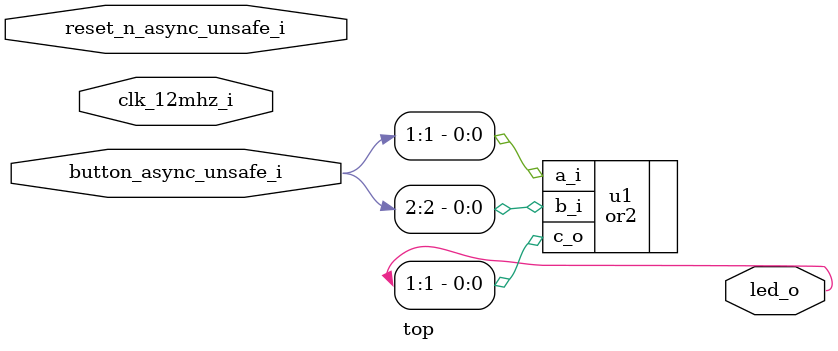
<source format=sv>
module top
  (input [0:0] clk_12mhz_i
  ,input [0:0] reset_n_async_unsafe_i
   // n: Negative Polarity (0 when pressed, 1 otherwise)
   // async: Not synchronized to clock
   // unsafe: Not De-Bounced
  ,input [3:1] button_async_unsafe_i
   // async: Not synchronized to clock
   // unsafe: Not De-Bounced
  ,output [5:1] led_o);

  // For this lab, instantiate your or2 gate. Using two wires from
  // btn_async_unsafe_i, drive an output wire in led_o.
  //
  // Your code goes here:
  or2 u1 (
    .a_i(button_async_unsafe_i[1]),
    .b_i(button_async_unsafe_i[2]),
    .c_o(led_o[1])
  );

endmodule

</source>
